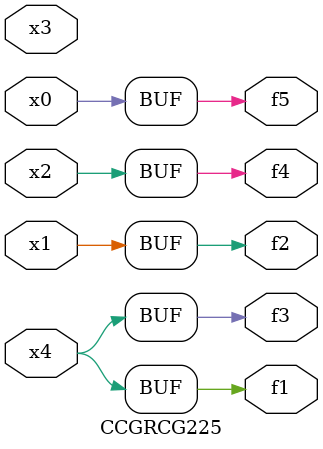
<source format=v>
module CCGRCG225(
	input x0, x1, x2, x3, x4,
	output f1, f2, f3, f4, f5
);
	assign f1 = x4;
	assign f2 = x1;
	assign f3 = x4;
	assign f4 = x2;
	assign f5 = x0;
endmodule

</source>
